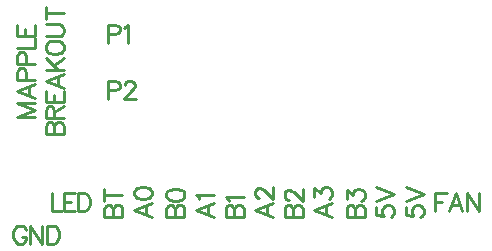
<source format=gto>
G04*
G04 #@! TF.GenerationSoftware,Altium Limited,Altium Designer,19.1.8 (144)*
G04*
G04 Layer_Color=65535*
%FSLAX44Y44*%
%MOMM*%
G71*
G01*
G75*
%ADD10C,0.2540*%
D10*
X13099Y117115D02*
X28336D01*
X13099D02*
X28336Y122919D01*
X13099Y128724D02*
X28336Y122919D01*
X13099Y128724D02*
X28336D01*
Y144686D02*
X13099Y138882D01*
X28336Y133077D01*
X23257Y135254D02*
Y142509D01*
X21080Y148241D02*
Y154771D01*
X20355Y156948D01*
X19629Y157674D01*
X18178Y158399D01*
X16001D01*
X14550Y157674D01*
X13825Y156948D01*
X13099Y154771D01*
Y148241D01*
X28336D01*
X21080Y161809D02*
Y168339D01*
X20355Y170516D01*
X19629Y171241D01*
X18178Y171967D01*
X16001D01*
X14550Y171241D01*
X13825Y170516D01*
X13099Y168339D01*
Y161809D01*
X28336D01*
X13099Y175377D02*
X28336D01*
Y184084D01*
X13099Y195185D02*
Y185753D01*
X28336D01*
Y195185D01*
X20355Y185753D02*
Y191557D01*
X37479Y102386D02*
X52716D01*
X37479D02*
Y108916D01*
X38205Y111093D01*
X38930Y111818D01*
X40381Y112544D01*
X41833D01*
X43284Y111818D01*
X44009Y111093D01*
X44735Y108916D01*
Y102386D02*
Y108916D01*
X45460Y111093D01*
X46186Y111818D01*
X47637Y112544D01*
X49814D01*
X51265Y111818D01*
X51990Y111093D01*
X52716Y108916D01*
Y102386D01*
X37479Y115954D02*
X52716D01*
X37479D02*
Y122484D01*
X38205Y124661D01*
X38930Y125386D01*
X40381Y126112D01*
X41833D01*
X43284Y125386D01*
X44009Y124661D01*
X44735Y122484D01*
Y115954D01*
Y121033D02*
X52716Y126112D01*
X37479Y138954D02*
Y129522D01*
X52716D01*
Y138954D01*
X44735Y129522D02*
Y135326D01*
X52716Y153103D02*
X37479Y147298D01*
X52716Y141494D01*
X47637Y143670D02*
Y150926D01*
X37479Y156658D02*
X52716D01*
X37479Y166816D02*
X47637Y156658D01*
X44009Y160286D02*
X52716Y166816D01*
X37479Y174579D02*
X38205Y173128D01*
X39656Y171677D01*
X41107Y170951D01*
X43284Y170226D01*
X46912D01*
X49088Y170951D01*
X50539Y171677D01*
X51990Y173128D01*
X52716Y174579D01*
Y177481D01*
X51990Y178932D01*
X50539Y180384D01*
X49088Y181109D01*
X46912Y181835D01*
X43284D01*
X41107Y181109D01*
X39656Y180384D01*
X38205Y178932D01*
X37479Y177481D01*
Y174579D01*
Y185390D02*
X48363D01*
X50539Y186115D01*
X51990Y187567D01*
X52716Y189743D01*
Y191194D01*
X51990Y193371D01*
X50539Y194822D01*
X48363Y195548D01*
X37479D01*
Y204835D02*
X52716D01*
X37479Y199756D02*
Y209914D01*
X20883Y21609D02*
X20158Y23060D01*
X18707Y24511D01*
X17256Y25237D01*
X14353D01*
X12902Y24511D01*
X11451Y23060D01*
X10726Y21609D01*
X10000Y19432D01*
Y15805D01*
X10726Y13628D01*
X11451Y12177D01*
X12902Y10726D01*
X14353Y10000D01*
X17256D01*
X18707Y10726D01*
X20158Y12177D01*
X20883Y13628D01*
Y15805D01*
X17256D02*
X20883D01*
X24366Y25237D02*
Y10000D01*
Y25237D02*
X34524Y10000D01*
Y25237D02*
Y10000D01*
X38732Y25237D02*
Y10000D01*
Y25237D02*
X43811D01*
X45988Y24511D01*
X47439Y23060D01*
X48164Y21609D01*
X48890Y19432D01*
Y15805D01*
X48164Y13628D01*
X47439Y12177D01*
X45988Y10726D01*
X43811Y10000D01*
X38732D01*
X367500Y52737D02*
Y37500D01*
Y52737D02*
X376932D01*
X367500Y45481D02*
X373304D01*
X390283Y37500D02*
X384478Y52737D01*
X378674Y37500D01*
X380850Y42579D02*
X388106D01*
X393838Y52737D02*
Y37500D01*
Y52737D02*
X403996Y37500D01*
Y52737D02*
Y37500D01*
X342263Y41207D02*
Y33951D01*
X348793Y33226D01*
X348068Y33951D01*
X347342Y36128D01*
Y38305D01*
X348068Y40481D01*
X349519Y41932D01*
X351696Y42658D01*
X353147D01*
X355323Y41932D01*
X356774Y40481D01*
X357500Y38305D01*
Y36128D01*
X356774Y33951D01*
X356049Y33226D01*
X354598Y32500D01*
X342263Y46068D02*
X357500Y51872D01*
X342263Y57677D02*
X357500Y51872D01*
X317263Y41207D02*
Y33951D01*
X323793Y33226D01*
X323068Y33951D01*
X322342Y36128D01*
Y38305D01*
X323068Y40481D01*
X324519Y41932D01*
X326696Y42658D01*
X328147D01*
X330323Y41932D01*
X331774Y40481D01*
X332500Y38305D01*
Y36128D01*
X331774Y33951D01*
X331049Y33226D01*
X329598Y32500D01*
X317263Y46068D02*
X332500Y51872D01*
X317263Y57677D02*
X332500Y51872D01*
X292263Y32500D02*
X307500D01*
X292263D02*
Y39030D01*
X292989Y41207D01*
X293714Y41932D01*
X295166Y42658D01*
X296617D01*
X298068Y41932D01*
X298793Y41207D01*
X299519Y39030D01*
Y32500D02*
Y39030D01*
X300244Y41207D01*
X300970Y41932D01*
X302421Y42658D01*
X304598D01*
X306049Y41932D01*
X306774Y41207D01*
X307500Y39030D01*
Y32500D01*
X292263Y47519D02*
Y55500D01*
X298068Y51147D01*
Y53323D01*
X298793Y54775D01*
X299519Y55500D01*
X301695Y56226D01*
X303147D01*
X305323Y55500D01*
X306774Y54049D01*
X307500Y51872D01*
Y49696D01*
X306774Y47519D01*
X306049Y46793D01*
X304598Y46068D01*
X280000Y44109D02*
X264763Y38305D01*
X280000Y32500D01*
X274921Y34677D02*
Y41932D01*
X264763Y49115D02*
Y57097D01*
X270568Y52743D01*
Y54920D01*
X271293Y56371D01*
X272019Y57097D01*
X274195Y57822D01*
X275647D01*
X277823Y57097D01*
X279274Y55645D01*
X280000Y53469D01*
Y51292D01*
X279274Y49115D01*
X278549Y48390D01*
X277098Y47664D01*
X239763Y32500D02*
X255000D01*
X239763D02*
Y39030D01*
X240489Y41207D01*
X241214Y41932D01*
X242666Y42658D01*
X244117D01*
X245568Y41932D01*
X246293Y41207D01*
X247019Y39030D01*
Y32500D02*
Y39030D01*
X247744Y41207D01*
X248470Y41932D01*
X249921Y42658D01*
X252098D01*
X253549Y41932D01*
X254274Y41207D01*
X255000Y39030D01*
Y32500D01*
X243391Y46793D02*
X242666D01*
X241214Y47519D01*
X240489Y48245D01*
X239763Y49696D01*
Y52598D01*
X240489Y54049D01*
X241214Y54775D01*
X242666Y55500D01*
X244117D01*
X245568Y54775D01*
X247744Y53323D01*
X255000Y46068D01*
Y56226D01*
X230000Y44109D02*
X214763Y38305D01*
X230000Y32500D01*
X224921Y34677D02*
Y41932D01*
X218391Y48390D02*
X217666D01*
X216214Y49115D01*
X215489Y49841D01*
X214763Y51292D01*
Y54194D01*
X215489Y55645D01*
X216214Y56371D01*
X217666Y57097D01*
X219117D01*
X220568Y56371D01*
X222744Y54920D01*
X230000Y47664D01*
Y57822D01*
X189763Y32500D02*
X205000D01*
X189763D02*
Y39030D01*
X190489Y41207D01*
X191214Y41932D01*
X192666Y42658D01*
X194117D01*
X195568Y41932D01*
X196293Y41207D01*
X197019Y39030D01*
Y32500D02*
Y39030D01*
X197744Y41207D01*
X198470Y41932D01*
X199921Y42658D01*
X202098D01*
X203549Y41932D01*
X204274Y41207D01*
X205000Y39030D01*
Y32500D01*
X192666Y46068D02*
X191940Y47519D01*
X189763Y49696D01*
X205000D01*
X180000Y44109D02*
X164763Y38305D01*
X180000Y32500D01*
X174921Y34677D02*
Y41932D01*
X167666Y47664D02*
X166940Y49115D01*
X164763Y51292D01*
X180000D01*
X87263Y32500D02*
X102500D01*
X87263D02*
Y39030D01*
X87989Y41207D01*
X88714Y41932D01*
X90166Y42658D01*
X91617D01*
X93068Y41932D01*
X93793Y41207D01*
X94519Y39030D01*
Y32500D02*
Y39030D01*
X95244Y41207D01*
X95970Y41932D01*
X97421Y42658D01*
X99598D01*
X101049Y41932D01*
X101774Y41207D01*
X102500Y39030D01*
Y32500D01*
X87263Y51147D02*
X102500D01*
X87263Y46068D02*
Y56226D01*
X42500Y52737D02*
Y37500D01*
X51207D01*
X62308Y52737D02*
X52875D01*
Y37500D01*
X62308D01*
X52875Y45481D02*
X58680D01*
X64847Y52737D02*
Y37500D01*
Y52737D02*
X69926D01*
X72103Y52011D01*
X73554Y50560D01*
X74279Y49109D01*
X75005Y46932D01*
Y43305D01*
X74279Y41128D01*
X73554Y39677D01*
X72103Y38226D01*
X69926Y37500D01*
X64847D01*
X139763Y32500D02*
X155000D01*
X139763D02*
Y39030D01*
X140489Y41207D01*
X141214Y41932D01*
X142666Y42658D01*
X144117D01*
X145568Y41932D01*
X146293Y41207D01*
X147019Y39030D01*
Y32500D02*
Y39030D01*
X147744Y41207D01*
X148470Y41932D01*
X149921Y42658D01*
X152098D01*
X153549Y41932D01*
X154274Y41207D01*
X155000Y39030D01*
Y32500D01*
X139763Y50421D02*
X140489Y48245D01*
X142666Y46793D01*
X146293Y46068D01*
X148470D01*
X152098Y46793D01*
X154274Y48245D01*
X155000Y50421D01*
Y51872D01*
X154274Y54049D01*
X152098Y55500D01*
X148470Y56226D01*
X146293D01*
X142666Y55500D01*
X140489Y54049D01*
X139763Y51872D01*
Y50421D01*
X127500Y44109D02*
X112263Y38305D01*
X127500Y32500D01*
X122421Y34677D02*
Y41932D01*
X112263Y52017D02*
X112989Y49841D01*
X115166Y48390D01*
X118793Y47664D01*
X120970D01*
X124598Y48390D01*
X126774Y49841D01*
X127500Y52017D01*
Y53469D01*
X126774Y55645D01*
X124598Y57097D01*
X120970Y57822D01*
X118793D01*
X115166Y57097D01*
X112989Y55645D01*
X112263Y53469D01*
Y52017D01*
X90000Y139756D02*
X96530D01*
X98707Y140481D01*
X99432Y141207D01*
X100158Y142658D01*
Y144834D01*
X99432Y146286D01*
X98707Y147011D01*
X96530Y147737D01*
X90000D01*
Y132500D01*
X104293Y144109D02*
Y144834D01*
X105019Y146286D01*
X105745Y147011D01*
X107196Y147737D01*
X110098D01*
X111549Y147011D01*
X112275Y146286D01*
X113000Y144834D01*
Y143383D01*
X112275Y141932D01*
X110823Y139756D01*
X103568Y132500D01*
X113726D01*
X90000Y187256D02*
X96530D01*
X98707Y187981D01*
X99432Y188707D01*
X100158Y190158D01*
Y192334D01*
X99432Y193786D01*
X98707Y194511D01*
X96530Y195237D01*
X90000D01*
Y180000D01*
X103568Y192334D02*
X105019Y193060D01*
X107196Y195237D01*
Y180000D01*
M02*

</source>
